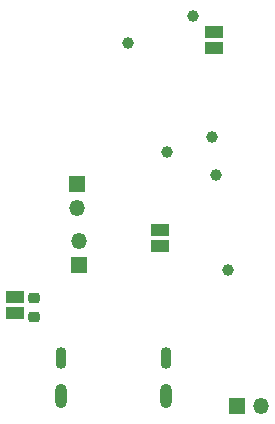
<source format=gbr>
%TF.GenerationSoftware,KiCad,Pcbnew,(5.99.0-8775-g06a515339c)*%
%TF.CreationDate,2021-03-27T13:48:37-04:00*%
%TF.ProjectId,mk2,6d6b322e-6b69-4636-9164-5f7063625858,rev?*%
%TF.SameCoordinates,Original*%
%TF.FileFunction,Soldermask,Bot*%
%TF.FilePolarity,Negative*%
%FSLAX46Y46*%
G04 Gerber Fmt 4.6, Leading zero omitted, Abs format (unit mm)*
G04 Created by KiCad (PCBNEW (5.99.0-8775-g06a515339c)) date 2021-03-27 13:48:37*
%MOMM*%
%LPD*%
G01*
G04 APERTURE LIST*
G04 Aperture macros list*
%AMRoundRect*
0 Rectangle with rounded corners*
0 $1 Rounding radius*
0 $2 $3 $4 $5 $6 $7 $8 $9 X,Y pos of 4 corners*
0 Add a 4 corners polygon primitive as box body*
4,1,4,$2,$3,$4,$5,$6,$7,$8,$9,$2,$3,0*
0 Add four circle primitives for the rounded corners*
1,1,$1+$1,$2,$3*
1,1,$1+$1,$4,$5*
1,1,$1+$1,$6,$7*
1,1,$1+$1,$8,$9*
0 Add four rect primitives between the rounded corners*
20,1,$1+$1,$2,$3,$4,$5,0*
20,1,$1+$1,$4,$5,$6,$7,0*
20,1,$1+$1,$6,$7,$8,$9,0*
20,1,$1+$1,$8,$9,$2,$3,0*%
G04 Aperture macros list end*
%ADD10O,0.925000X1.850000*%
%ADD11O,1.025000X2.050000*%
%ADD12R,1.350000X1.350000*%
%ADD13O,1.350000X1.350000*%
%ADD14RoundRect,0.218750X0.256250X-0.218750X0.256250X0.218750X-0.256250X0.218750X-0.256250X-0.218750X0*%
%ADD15C,1.000000*%
%ADD16R,1.500000X1.000000*%
G04 APERTURE END LIST*
D10*
%TO.C,J2*%
X25950000Y-43700000D03*
X17050000Y-43700000D03*
D11*
X25950000Y-46900000D03*
X17050000Y-46900000D03*
%TD*%
D12*
%TO.C,BT1*%
X32000000Y-47750000D03*
D13*
X34000000Y-47750000D03*
%TD*%
D12*
%TO.C,J6*%
X18600000Y-35800000D03*
D13*
X18600000Y-33800000D03*
%TD*%
D12*
%TO.C,J3*%
X18415000Y-28972000D03*
D13*
X18415000Y-30972000D03*
%TD*%
D14*
%TO.C,R1*%
X14800000Y-40187500D03*
X14800000Y-38612500D03*
%TD*%
D15*
%TO.C,TP5*%
X31200000Y-36200000D03*
%TD*%
%TO.C,TP1*%
X29845000Y-25019000D03*
%TD*%
%TO.C,TP3*%
X22750000Y-17000000D03*
%TD*%
%TO.C,TP6*%
X28250000Y-14750000D03*
%TD*%
D16*
%TO.C,JP3*%
X13200000Y-38550000D03*
X13200000Y-39850000D03*
%TD*%
D15*
%TO.C,TP4*%
X26000000Y-26250000D03*
%TD*%
D16*
%TO.C,JP2*%
X25400000Y-32878000D03*
X25400000Y-34178000D03*
%TD*%
D15*
%TO.C,TP2*%
X30200000Y-28200000D03*
%TD*%
D16*
%TO.C,JP1*%
X29972000Y-17429000D03*
X29972000Y-16129000D03*
%TD*%
M02*

</source>
